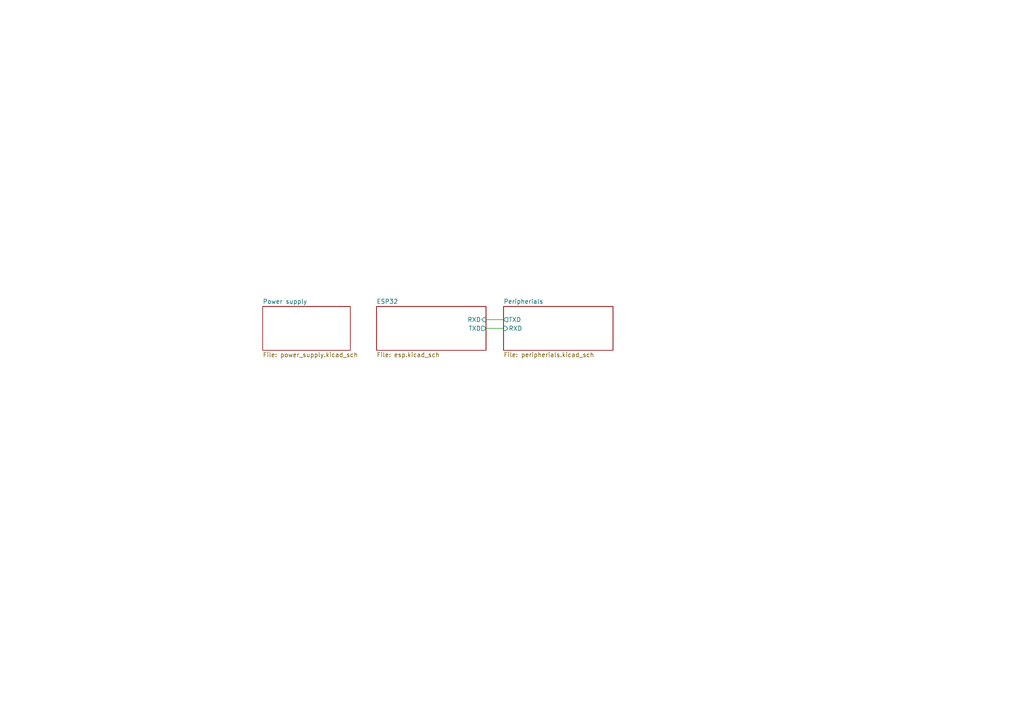
<source format=kicad_sch>
(kicad_sch
	(version 20231120)
	(generator "eeschema")
	(generator_version "8.0")
	(uuid "d3620cad-99d5-4267-a144-49d6f9957c6b")
	(paper "A4")
	(title_block
		(title "RFID Storage Monitor")
		(rev "v1.0")
		(company "KN ONYKS")
		(comment 1 "Mateusz Budzyński")
	)
	(lib_symbols)
	(wire
		(pts
			(xy 140.97 95.25) (xy 146.05 95.25)
		)
		(stroke
			(width 0)
			(type default)
		)
		(uuid "d9f2b9c9-9b25-4c30-b081-f3115dba24f7")
	)
	(wire
		(pts
			(xy 140.97 92.71) (xy 146.05 92.71)
		)
		(stroke
			(width 0)
			(type default)
		)
		(uuid "ef9ab44a-9265-4922-8cff-270ecbc1daa9")
	)
	(sheet
		(at 76.2 88.9)
		(size 25.4 12.7)
		(fields_autoplaced yes)
		(stroke
			(width 0.1524)
			(type solid)
		)
		(fill
			(color 0 0 0 0.0000)
		)
		(uuid "5e3c0fe1-98fd-4f52-8c1c-619c9e001744")
		(property "Sheetname" "Power supply"
			(at 76.2 88.1884 0)
			(effects
				(font
					(size 1.27 1.27)
				)
				(justify left bottom)
			)
		)
		(property "Sheetfile" "power_supply.kicad_sch"
			(at 76.2 102.1846 0)
			(effects
				(font
					(size 1.27 1.27)
				)
				(justify left top)
			)
		)
		(instances
			(project "onyks-iot-esp32-storage-rfid"
				(path "/d3620cad-99d5-4267-a144-49d6f9957c6b"
					(page "2")
				)
			)
		)
	)
	(sheet
		(at 146.05 88.9)
		(size 31.75 12.7)
		(fields_autoplaced yes)
		(stroke
			(width 0.1524)
			(type solid)
		)
		(fill
			(color 0 0 0 0.0000)
		)
		(uuid "de20a575-b588-4674-a6be-01e8d6418ae5")
		(property "Sheetname" "Peripherials"
			(at 146.05 88.1884 0)
			(effects
				(font
					(size 1.27 1.27)
				)
				(justify left bottom)
			)
		)
		(property "Sheetfile" "peripherials.kicad_sch"
			(at 146.05 102.1846 0)
			(effects
				(font
					(size 1.27 1.27)
				)
				(justify left top)
			)
		)
		(pin "TXD" output
			(at 146.05 92.71 180)
			(effects
				(font
					(size 1.27 1.27)
				)
				(justify left)
			)
			(uuid "69f1fa5f-640d-4137-a9c4-866bb0238316")
		)
		(pin "RXD" input
			(at 146.05 95.25 180)
			(effects
				(font
					(size 1.27 1.27)
				)
				(justify left)
			)
			(uuid "7f26322b-1560-4483-9afa-90f0e8f0ef7e")
		)
		(instances
			(project "onyks-iot-esp32-storage-rfid"
				(path "/d3620cad-99d5-4267-a144-49d6f9957c6b"
					(page "4")
				)
			)
		)
	)
	(sheet
		(at 109.22 88.9)
		(size 31.75 12.7)
		(fields_autoplaced yes)
		(stroke
			(width 0.1524)
			(type solid)
		)
		(fill
			(color 0 0 0 0.0000)
		)
		(uuid "fb01407f-0cb9-48bd-b681-62d66d25ca02")
		(property "Sheetname" "ESP32"
			(at 109.22 88.1884 0)
			(effects
				(font
					(size 1.27 1.27)
				)
				(justify left bottom)
			)
		)
		(property "Sheetfile" "esp.kicad_sch"
			(at 109.22 102.1846 0)
			(effects
				(font
					(size 1.27 1.27)
				)
				(justify left top)
			)
		)
		(pin "TXD" output
			(at 140.97 95.25 0)
			(effects
				(font
					(size 1.27 1.27)
				)
				(justify right)
			)
			(uuid "712c2dbb-d591-4af9-9cc1-7fc0340d410c")
		)
		(pin "RXD" input
			(at 140.97 92.71 0)
			(effects
				(font
					(size 1.27 1.27)
				)
				(justify right)
			)
			(uuid "c6816332-ea97-4b70-bc69-85e077c82ccc")
		)
		(instances
			(project "onyks-iot-esp32-storage-rfid"
				(path "/d3620cad-99d5-4267-a144-49d6f9957c6b"
					(page "3")
				)
			)
		)
	)
	(sheet_instances
		(path "/"
			(page "1")
		)
	)
)

</source>
